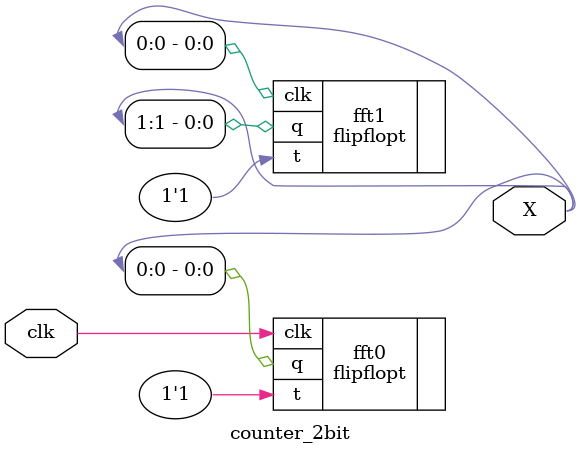
<source format=v>
module counter_2bit(X, clk);
	
	input clk;
	output [1:0]X;

	flipflopt fft0(.clk(clk), .t(1'b1), .q(X[0]));
	flipflopt fft1(.clk(X[0]), .t(1'b1), .q(X[1]));

endmodule 
</source>
